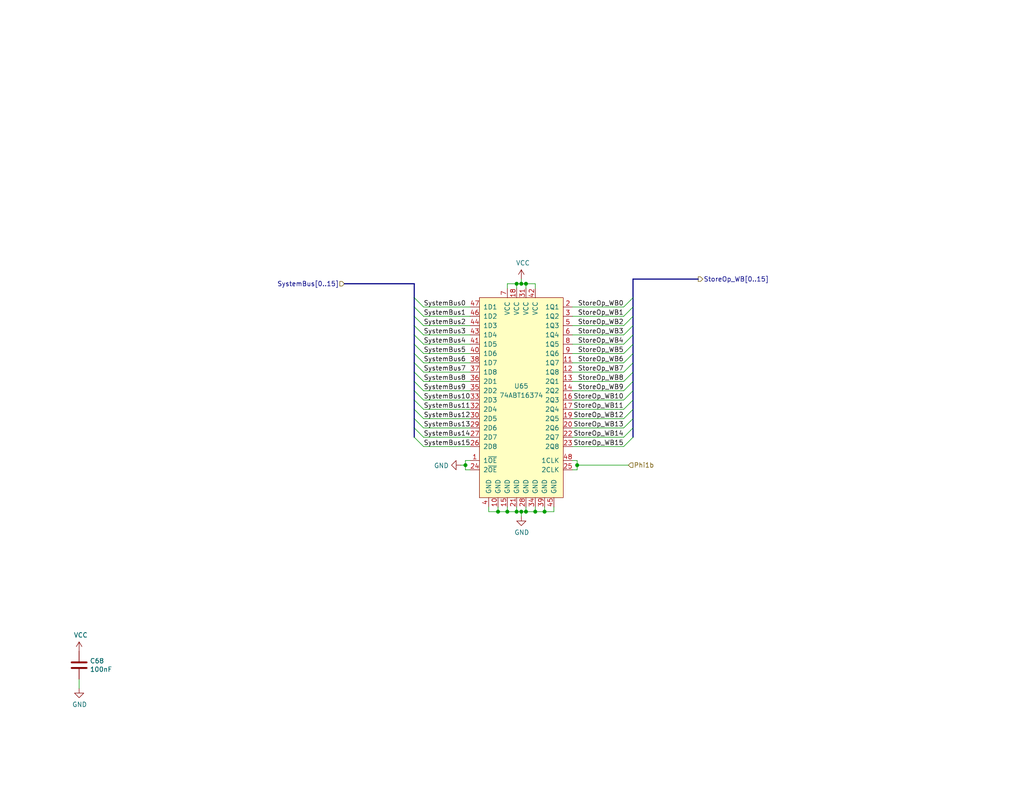
<source format=kicad_sch>
(kicad_sch (version 20230121) (generator eeschema)
  (paper "USLetter")
  (title_block (title "MEM/WB: Store Operand Register") (date "2022-09-25") (rev "C"))
  (lib_symbols
    (symbol "74xx (kicad5):74ABT16374" (pin_names (offset 1.016))
      (property "Reference" "U" (at 0 1.27 0))
      (property "Value" "74ABT16374" (at 0 -1.27 0))
      (symbol "74ABT16374_0_0"
        (pin input line (at -13.97 -20.32 0) (length 2.54) (name "1~{OE}") (number "1"))
        (pin power_in line (at -6.35 -33.02 90) (length 2.54) (name "GND") (number "10"))
        (pin tri_state line (at 13.97 6.35 180) (length 2.54) (name "1Q7") (number "11"))
        (pin tri_state line (at 13.97 3.81 180) (length 2.54) (name "1Q8") (number "12"))
        (pin tri_state line (at 13.97 1.27 180) (length 2.54) (name "2Q1") (number "13"))
        (pin tri_state line (at 13.97 -1.27 180) (length 2.54) (name "2Q2") (number "14"))
        (pin power_in line (at -3.81 -33.02 90) (length 2.54) (name "GND") (number "15"))
        (pin tri_state line (at 13.97 -3.81 180) (length 2.54) (name "2Q3") (number "16"))
        (pin tri_state line (at 13.97 -6.35 180) (length 2.54) (name "2Q4") (number "17"))
        (pin power_in line (at -1.27 26.67 270) (length 2.54) (name "VCC") (number "18"))
        (pin tri_state line (at 13.97 -8.89 180) (length 2.54) (name "2Q5") (number "19"))
        (pin tri_state line (at 13.97 21.59 180) (length 2.54) (name "1Q1") (number "2"))
        (pin tri_state line (at 13.97 -11.43 180) (length 2.54) (name "2Q6") (number "20"))
        (pin power_in line (at -1.27 -33.02 90) (length 2.54) (name "GND") (number "21"))
        (pin tri_state line (at 13.97 -13.97 180) (length 2.54) (name "2Q7") (number "22"))
        (pin tri_state line (at 13.97 -16.51 180) (length 2.54) (name "2Q8") (number "23"))
        (pin input line (at -13.97 -22.86 0) (length 2.54) (name "2~{OE}") (number "24"))
        (pin input line (at 13.97 -22.86 180) (length 2.54) (name "2CLK") (number "25"))
        (pin input line (at -13.97 -16.51 0) (length 2.54) (name "2D8") (number "26"))
        (pin input line (at -13.97 -13.97 0) (length 2.54) (name "2D7") (number "27"))
        (pin power_in line (at 1.27 -33.02 90) (length 2.54) (name "GND") (number "28"))
        (pin input line (at -13.97 -11.43 0) (length 2.54) (name "2D6") (number "29"))
        (pin tri_state line (at 13.97 19.05 180) (length 2.54) (name "1Q2") (number "3"))
        (pin input line (at -13.97 -8.89 0) (length 2.54) (name "2D5") (number "30"))
        (pin power_in line (at 1.27 26.67 270) (length 2.54) (name "VCC") (number "31"))
        (pin input line (at -13.97 -6.35 0) (length 2.54) (name "2D4") (number "32"))
        (pin input line (at -13.97 -3.81 0) (length 2.54) (name "2D3") (number "33"))
        (pin power_in line (at 3.81 -33.02 90) (length 2.54) (name "GND") (number "34"))
        (pin input line (at -13.97 -1.27 0) (length 2.54) (name "2D2") (number "35"))
        (pin input line (at -13.97 1.27 0) (length 2.54) (name "2D1") (number "36"))
        (pin input line (at -13.97 3.81 0) (length 2.54) (name "1D8") (number "37"))
        (pin input line (at -13.97 6.35 0) (length 2.54) (name "1D7") (number "38"))
        (pin power_in line (at 6.35 -33.02 90) (length 2.54) (name "GND") (number "39"))
        (pin power_in line (at -8.89 -33.02 90) (length 2.54) (name "GND") (number "4"))
        (pin input line (at -13.97 8.89 0) (length 2.54) (name "1D6") (number "40"))
        (pin input line (at -13.97 11.43 0) (length 2.54) (name "1D5") (number "41"))
        (pin power_in line (at 3.81 26.67 270) (length 2.54) (name "VCC") (number "42"))
        (pin input line (at -13.97 13.97 0) (length 2.54) (name "1D4") (number "43"))
        (pin input line (at -13.97 16.51 0) (length 2.54) (name "1D3") (number "44"))
        (pin power_in line (at 8.89 -33.02 90) (length 2.54) (name "GND") (number "45"))
        (pin input line (at -13.97 19.05 0) (length 2.54) (name "1D2") (number "46"))
        (pin input line (at -13.97 21.59 0) (length 2.54) (name "1D1") (number "47"))
        (pin input line (at 13.97 -20.32 180) (length 2.54) (name "1CLK") (number "48"))
        (pin tri_state line (at 13.97 16.51 180) (length 2.54) (name "1Q3") (number "5"))
        (pin tri_state line (at 13.97 13.97 180) (length 2.54) (name "1Q4") (number "6"))
        (pin power_in line (at -3.81 26.67 270) (length 2.54) (name "VCC") (number "7"))
        (pin tri_state line (at 13.97 11.43 180) (length 2.54) (name "1Q5") (number "8"))
        (pin tri_state line (at 13.97 8.89 180) (length 2.54) (name "1Q6") (number "9"))
      )
      (symbol "74ABT16374_0_1"
        (rectangle (start -11.43 24.13) (end 11.43 -30.48) (fill (type background)))
      )
    )
    (symbol "Device:C" (pin_numbers hide) (pin_names (offset 0.254))
      (property "Reference" "C" (at 0.635 2.54 0))
      (property "Value" "C" (at 0.635 -2.54 0))
      (symbol "C_0_1"
        (polyline (pts (xy -2.032 -0.762) (xy 2.032 -0.762)) (stroke (width 0.508)))
        (polyline (pts (xy -2.032 0.762) (xy 2.032 0.762)) (stroke (width 0.508)))
      )
      (symbol "C_1_1"
        (pin passive line (at 0 3.81 270) (length 2.794) (name "~") (number "1"))
        (pin passive line (at 0 -3.81 90) (length 2.794) (name "~") (number "2"))
      )
    )
    (symbol "power:GND" (power) (pin_names (offset 0))
      (property "Value" "GND" (at 0 -3.81 0))
      (symbol "GND_0_1"
        (polyline (pts (xy 0 0) (xy 0 -1.27) (xy 1.27 -1.27) (xy 0 -2.54) (xy -1.27 -1.27) (xy 0 -1.27)))
      )
      (symbol "GND_1_1"
        (pin power_in line (at 0 0 270) (length 0) hide (name "GND") (number "1"))
      )
    )
    (symbol "power:VCC" (power) (pin_names (offset 0))
      (property "Value" "VCC" (at 0 3.81 0))
      (symbol "VCC_0_1"
        (polyline (pts (xy -0.762 1.27) (xy 0 2.54)))
        (polyline (pts (xy 0 0) (xy 0 2.54)))
        (polyline (pts (xy 0 2.54) (xy 0.762 1.27)))
      )
      (symbol "VCC_1_1"
        (pin power_in line (at 0 0 90) (length 0) hide (name "VCC") (number "1"))
      )
    )
  )
  (junction (at 140.97 139.7))
  (junction (at 127 127))
  (junction (at 143.51 77.47))
  (junction (at 148.59 139.7))
  (junction (at 157.48 127))
  (junction (at 140.97 77.47))
  (junction (at 142.24 139.7))
  (junction (at 138.43 139.7))
  (junction (at 135.89 139.7))
  (junction (at 142.24 77.47))
  (junction (at 143.51 139.7))
  (junction (at 146.05 139.7))
  (bus_entry (at 172.72 96.52) (size -2.54 2.54))
  (bus_entry (at 113.03 96.52) (size 2.54 2.54))
  (bus_entry (at 113.03 93.98) (size 2.54 2.54))
  (bus_entry (at 113.03 111.76) (size 2.54 2.54))
  (bus_entry (at 172.72 116.84) (size -2.54 2.54))
  (bus_entry (at 113.03 81.28) (size 2.54 2.54))
  (bus_entry (at 172.72 91.44) (size -2.54 2.54))
  (bus_entry (at 113.03 101.6) (size 2.54 2.54))
  (bus_entry (at 113.03 114.3) (size 2.54 2.54))
  (bus_entry (at 113.03 119.38) (size 2.54 2.54))
  (bus_entry (at 172.72 83.82) (size -2.54 2.54))
  (bus_entry (at 172.72 99.06) (size -2.54 2.54))
  (bus_entry (at 172.72 109.22) (size -2.54 2.54))
  (bus_entry (at 172.72 81.28) (size -2.54 2.54))
  (bus_entry (at 113.03 91.44) (size 2.54 2.54))
  (bus_entry (at 113.03 106.68) (size 2.54 2.54))
  (bus_entry (at 172.72 111.76) (size -2.54 2.54))
  (bus_entry (at 172.72 86.36) (size -2.54 2.54))
  (bus_entry (at 172.72 119.38) (size -2.54 2.54))
  (bus_entry (at 172.72 93.98) (size -2.54 2.54))
  (bus_entry (at 113.03 99.06) (size 2.54 2.54))
  (bus_entry (at 113.03 86.36) (size 2.54 2.54))
  (bus_entry (at 172.72 106.68) (size -2.54 2.54))
  (bus_entry (at 172.72 101.6) (size -2.54 2.54))
  (bus_entry (at 113.03 104.14) (size 2.54 2.54))
  (bus_entry (at 113.03 88.9) (size 2.54 2.54))
  (bus_entry (at 172.72 104.14) (size -2.54 2.54))
  (bus_entry (at 113.03 83.82) (size 2.54 2.54))
  (bus_entry (at 113.03 109.22) (size 2.54 2.54))
  (bus_entry (at 113.03 116.84) (size 2.54 2.54))
  (bus_entry (at 172.72 114.3) (size -2.54 2.54))
  (bus_entry (at 172.72 88.9) (size -2.54 2.54))
  (wire (pts (xy 115.57 109.22) (xy 128.27 109.22)))
  (bus (pts (xy 113.03 93.98) (xy 113.03 96.52)))
  (bus (pts (xy 172.72 76.2) (xy 172.72 81.28)))
  (wire (pts (xy 128.27 125.73) (xy 127 125.73)))
  (wire (pts (xy 21.59 187.96) (xy 21.59 185.42)))
  (bus (pts (xy 172.72 83.82) (xy 172.72 86.36)))
  (bus (pts (xy 93.98 77.47) (xy 113.03 77.47)))
  (wire (pts (xy 142.24 76.2) (xy 142.24 77.47)))
  (bus (pts (xy 113.03 88.9) (xy 113.03 91.44)))
  (bus (pts (xy 172.72 81.28) (xy 172.72 83.82)))
  (wire (pts (xy 170.18 119.38) (xy 156.21 119.38)))
  (wire (pts (xy 135.89 139.7) (xy 138.43 139.7)))
  (wire (pts (xy 127 127) (xy 127 128.27)))
  (wire (pts (xy 115.57 114.3) (xy 128.27 114.3)))
  (wire (pts (xy 170.18 114.3) (xy 156.21 114.3)))
  (wire (pts (xy 142.24 139.7) (xy 143.51 139.7)))
  (wire (pts (xy 170.18 116.84) (xy 156.21 116.84)))
  (wire (pts (xy 115.57 116.84) (xy 128.27 116.84)))
  (wire (pts (xy 115.57 99.06) (xy 128.27 99.06)))
  (wire (pts (xy 143.51 139.7) (xy 146.05 139.7)))
  (wire (pts (xy 148.59 139.7) (xy 151.13 139.7)))
  (bus (pts (xy 113.03 83.82) (xy 113.03 86.36)))
  (wire (pts (xy 115.57 96.52) (xy 128.27 96.52)))
  (wire (pts (xy 135.89 138.43) (xy 135.89 139.7)))
  (wire (pts (xy 170.18 93.98) (xy 156.21 93.98)))
  (wire (pts (xy 157.48 127) (xy 171.45 127)))
  (bus (pts (xy 172.72 109.22) (xy 172.72 111.76)))
  (wire (pts (xy 138.43 138.43) (xy 138.43 139.7)))
  (bus (pts (xy 172.72 86.36) (xy 172.72 88.9)))
  (bus (pts (xy 113.03 91.44) (xy 113.03 93.98)))
  (wire (pts (xy 138.43 78.74) (xy 138.43 77.47)))
  (wire (pts (xy 115.57 106.68) (xy 128.27 106.68)))
  (wire (pts (xy 115.57 101.6) (xy 128.27 101.6)))
  (bus (pts (xy 113.03 104.14) (xy 113.03 106.68)))
  (wire (pts (xy 170.18 121.92) (xy 156.21 121.92)))
  (wire (pts (xy 115.57 86.36) (xy 128.27 86.36)))
  (wire (pts (xy 146.05 139.7) (xy 148.59 139.7)))
  (wire (pts (xy 133.35 138.43) (xy 133.35 139.7)))
  (wire (pts (xy 115.57 93.98) (xy 128.27 93.98)))
  (wire (pts (xy 170.18 104.14) (xy 156.21 104.14)))
  (wire (pts (xy 170.18 86.36) (xy 156.21 86.36)))
  (wire (pts (xy 127 128.27) (xy 128.27 128.27)))
  (wire (pts (xy 142.24 139.7) (xy 142.24 140.97)))
  (wire (pts (xy 143.51 78.74) (xy 143.51 77.47)))
  (wire (pts (xy 143.51 138.43) (xy 143.51 139.7)))
  (bus (pts (xy 172.72 106.68) (xy 172.72 109.22)))
  (wire (pts (xy 170.18 101.6) (xy 156.21 101.6)))
  (bus (pts (xy 113.03 106.68) (xy 113.03 109.22)))
  (bus (pts (xy 113.03 99.06) (xy 113.03 101.6)))
  (wire (pts (xy 170.18 111.76) (xy 156.21 111.76)))
  (wire (pts (xy 146.05 138.43) (xy 146.05 139.7)))
  (bus (pts (xy 113.03 77.47) (xy 113.03 81.28)))
  (wire (pts (xy 157.48 127) (xy 157.48 128.27)))
  (wire (pts (xy 115.57 111.76) (xy 128.27 111.76)))
  (wire (pts (xy 170.18 83.82) (xy 156.21 83.82)))
  (bus (pts (xy 172.72 111.76) (xy 172.72 114.3)))
  (wire (pts (xy 148.59 138.43) (xy 148.59 139.7)))
  (wire (pts (xy 127 125.73) (xy 127 127)))
  (bus (pts (xy 190.5 76.2) (xy 172.72 76.2)))
  (bus (pts (xy 113.03 96.52) (xy 113.03 99.06)))
  (wire (pts (xy 157.48 128.27) (xy 156.21 128.27)))
  (wire (pts (xy 115.57 104.14) (xy 128.27 104.14)))
  (wire (pts (xy 140.97 78.74) (xy 140.97 77.47)))
  (bus (pts (xy 113.03 116.84) (xy 113.03 119.38)))
  (wire (pts (xy 133.35 139.7) (xy 135.89 139.7)))
  (bus (pts (xy 172.72 104.14) (xy 172.72 106.68)))
  (bus (pts (xy 113.03 114.3) (xy 113.03 116.84)))
  (bus (pts (xy 113.03 109.22) (xy 113.03 111.76)))
  (wire (pts (xy 140.97 77.47) (xy 142.24 77.47)))
  (wire (pts (xy 170.18 91.44) (xy 156.21 91.44)))
  (wire (pts (xy 115.57 83.82) (xy 128.27 83.82)))
  (wire (pts (xy 115.57 91.44) (xy 128.27 91.44)))
  (bus (pts (xy 172.72 114.3) (xy 172.72 116.84)))
  (wire (pts (xy 170.18 88.9) (xy 156.21 88.9)))
  (bus (pts (xy 172.72 116.84) (xy 172.72 119.38)))
  (wire (pts (xy 170.18 96.52) (xy 156.21 96.52)))
  (bus (pts (xy 172.72 88.9) (xy 172.72 91.44)))
  (wire (pts (xy 143.51 77.47) (xy 146.05 77.47)))
  (bus (pts (xy 172.72 96.52) (xy 172.72 99.06)))
  (wire (pts (xy 157.48 125.73) (xy 157.48 127)))
  (bus (pts (xy 172.72 99.06) (xy 172.72 101.6)))
  (wire (pts (xy 140.97 138.43) (xy 140.97 139.7)))
  (wire (pts (xy 142.24 77.47) (xy 143.51 77.47)))
  (bus (pts (xy 113.03 81.28) (xy 113.03 83.82)))
  (wire (pts (xy 138.43 77.47) (xy 140.97 77.47)))
  (bus (pts (xy 113.03 86.36) (xy 113.03 88.9)))
  (wire (pts (xy 115.57 119.38) (xy 128.27 119.38)))
  (bus (pts (xy 172.72 91.44) (xy 172.72 93.98)))
  (wire (pts (xy 151.13 139.7) (xy 151.13 138.43)))
  (bus (pts (xy 113.03 111.76) (xy 113.03 114.3)))
  (bus (pts (xy 113.03 101.6) (xy 113.03 104.14)))
  (wire (pts (xy 146.05 77.47) (xy 146.05 78.74)))
  (wire (pts (xy 115.57 88.9) (xy 128.27 88.9)))
  (wire (pts (xy 140.97 139.7) (xy 142.24 139.7)))
  (wire (pts (xy 138.43 139.7) (xy 140.97 139.7)))
  (bus (pts (xy 172.72 93.98) (xy 172.72 96.52)))
  (wire (pts (xy 170.18 99.06) (xy 156.21 99.06)))
  (wire (pts (xy 127 127) (xy 125.73 127)))
  (bus (pts (xy 172.72 101.6) (xy 172.72 104.14)))
  (wire (pts (xy 170.18 106.68) (xy 156.21 106.68)))
  (wire (pts (xy 156.21 125.73) (xy 157.48 125.73)))
  (wire (pts (xy 170.18 109.22) (xy 156.21 109.22)))
  (wire (pts (xy 115.57 121.92) (xy 128.27 121.92)))
  (label "SystemBus0" (at 115.57 83.82 0))
  (label "StoreOp_WB0" (at 170.18 83.82 180))
  (label "StoreOp_WB4" (at 170.18 93.98 180))
  (label "StoreOp_WB15" (at 170.18 121.92 180))
  (label "SystemBus8" (at 115.57 104.14 0))
  (label "SystemBus3" (at 115.57 91.44 0))
  (label "SystemBus5" (at 115.57 96.52 0))
  (label "SystemBus11" (at 115.57 111.76 0))
  (label "SystemBus13" (at 115.57 116.84 0))
  (label "StoreOp_WB14" (at 170.18 119.38 180))
  (label "SystemBus1" (at 115.57 86.36 0))
  (label "SystemBus6" (at 115.57 99.06 0))
  (label "StoreOp_WB11" (at 170.18 111.76 180))
  (label "SystemBus15" (at 115.57 121.92 0))
  (label "StoreOp_WB2" (at 170.18 88.9 180))
  (label "SystemBus12" (at 115.57 114.3 0))
  (label "StoreOp_WB7" (at 170.18 101.6 180))
  (label "SystemBus4" (at 115.57 93.98 0))
  (label "StoreOp_WB5" (at 170.18 96.52 180))
  (label "StoreOp_WB9" (at 170.18 106.68 180))
  (label "StoreOp_WB1" (at 170.18 86.36 180))
  (label "SystemBus10" (at 115.57 109.22 0))
  (label "StoreOp_WB10" (at 170.18 109.22 180))
  (label "SystemBus9" (at 115.57 106.68 0))
  (label "StoreOp_WB8" (at 170.18 104.14 180))
  (label "StoreOp_WB12" (at 170.18 114.3 180))
  (label "SystemBus2" (at 115.57 88.9 0))
  (label "SystemBus14" (at 115.57 119.38 0))
  (label "StoreOp_WB13" (at 170.18 116.84 180))
  (label "StoreOp_WB3" (at 170.18 91.44 180))
  (label "StoreOp_WB6" (at 170.18 99.06 180))
  (label "SystemBus7" (at 115.57 101.6 0))
  (hierarchical_label "Phi1b" (shape input) (at 171.45 127 0))
  (hierarchical_label "StoreOp_WB[0..15]" (shape output) (at 190.5 76.2 0))
  (hierarchical_label "SystemBus[0..15]" (shape input) (at 93.98 77.47 180))
  (symbol (lib_id "Device:C") (at 21.59 181.61 0) (unit 1)
    (property "Reference" "C68" (at 24.511 180.4416 0) (effects (justify left)))
    (property "Value" "100nF" (at 24.511 182.753 0) (effects (justify left)))
    (property "Footprint" "Capacitor_SMD:C_0603_1608Metric_Pad1.08x0.95mm_HandSolder" (effects hide))
    (property "Mouser" "https://www.mouser.com/ProductDetail/963-EMK107B7104KAHT" (effects hide))
  )
  (symbol (lib_id "power:VCC") (at 21.59 177.8 0) (unit 1)
    (property "Reference" "#PWR0349" (effects hide))
    (property "Value" "VCC" (at 22.0218 173.4058 0))
  )
  (symbol (lib_id "power:GND") (at 21.59 187.96 0) (unit 1)
    (property "Reference" "#PWR0350" (effects hide))
    (property "Value" "GND" (at 21.717 192.3542 0))
  )
  (symbol (lib_id "power:GND") (at 125.73 127 270) (unit 1)
    (property "Reference" "#PWR0351" (effects hide))
    (property "Value" "GND" (at 122.4788 127.127 90) (effects (justify right)))
  )
  (symbol (lib_id "power:VCC") (at 142.24 76.2 0) (unit 1)
    (property "Reference" "#PWR0352" (effects hide))
    (property "Value" "VCC" (at 142.6718 71.8058 0))
  )
  (symbol (lib_id "power:GND") (at 142.24 140.97 0) (unit 1)
    (property "Reference" "#PWR0353" (effects hide))
    (property "Value" "GND" (at 142.367 145.3642 0))
  )
  (symbol (lib_id "74xx (kicad5):74ABT16374") (at 142.24 105.41 0) (unit 1)
    (property "Reference" "U65" (at 142.24 105.41 0))
    (property "Value" "74ABT16374" (at 142.24 107.95 0))
    (property "Footprint" "Package_SO:TSSOP-48_8x12.5mm_P0.5mm" (effects hide))
    (property "Datasheet" "https://www.ti.com/lit/ds/symlink/sn74abt16374a.pdf?HQS=dis-mous-null-mousermode-dsf-pf-null-wwe&ts=1617318801237" (effects hide))
    (property "Mouser" "https://www.mouser.com/ProductDetail/Texas-Instruments/SN74ABT16374ADGGR?qs=%2Fha2pyFadui8Wf%2F61v2joCyY9bOa3peBR5btn0VUHs8%3D" (effects hide))
  )
)
</source>
